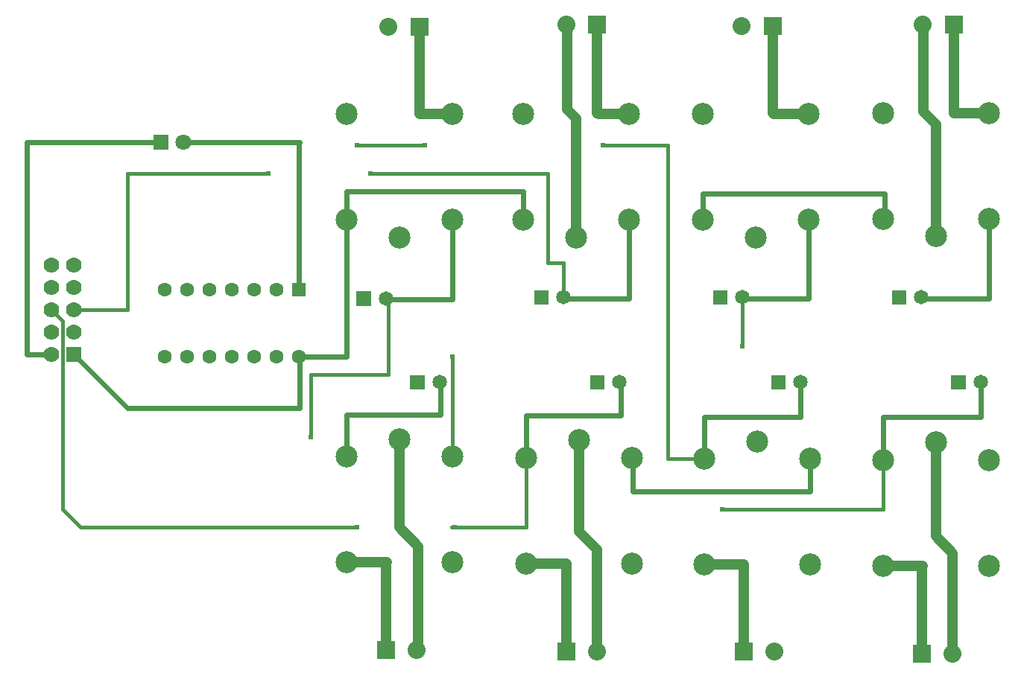
<source format=gbl>
G04 Layer: BottomLayer*
G04 EasyEDA v6.5.8, 2022-08-15 07:29:34*
G04 028e3914a6f949ed9ca799ef75e4ed4f,10*
G04 Gerber Generator version 0.2*
G04 Scale: 100 percent, Rotated: No, Reflected: No *
G04 Dimensions in millimeters *
G04 leading zeros omitted , absolute positions ,4 integer and 5 decimal *
%FSLAX45Y45*%
%MOMM*%

%ADD10C,0.6096*%
%ADD11C,0.4060*%
%ADD12C,0.6100*%
%ADD13C,1.2192*%
%ADD14C,1.6510*%
%ADD15C,1.8000*%
%ADD16R,1.8000X1.8000*%
%ADD17C,2.5000*%
%ADD18R,1.6510X1.6510*%
%ADD19C,1.7780*%
%ADD20R,2.0320X2.0320*%
%ADD21C,2.0320*%
%ADD22R,1.6002X1.6002*%
%ADD23C,1.6002*%
%ADD24C,0.6200*%
%ADD25C,0.0159*%

%LPD*%
D10*
X2349500Y7696200D02*
G01*
X825500Y7696200D01*
X825500Y5283200D01*
X1104900Y5283200D01*
D11*
X5346700Y7658100D02*
G01*
X4572000Y7658100D01*
X8518652Y4094098D02*
G01*
X8102600Y4094098D01*
X8102600Y7658100D01*
X7366000Y7658100D01*
X8953500Y5930900D02*
G01*
X8953500Y5372100D01*
X4572000Y3314700D02*
G01*
X1435100Y3314700D01*
X1231900Y3517900D01*
X1231900Y5664200D01*
X1104900Y5791200D01*
X6499352Y4106798D02*
G01*
X6499352Y3314700D01*
X5681979Y3314700D01*
X5681979Y3314700D02*
G01*
X5651500Y3314700D01*
X5654547Y4119498D02*
G01*
X5654547Y5257800D01*
X4724400Y7340600D02*
G01*
X6743700Y7340600D01*
X6743700Y6324600D01*
X6921500Y6324600D01*
X6921500Y5930900D01*
X1358900Y5791200D02*
G01*
X1968500Y5791200D01*
X1968500Y7340600D01*
X3568700Y7340600D01*
X8724900Y3517900D02*
G01*
X10553700Y3517900D01*
X10553700Y4078351D01*
X10550652Y4081398D01*
X4051300Y4343400D02*
G01*
X4051300Y5054600D01*
X4927600Y5054600D01*
X4927600Y5892800D01*
X4902200Y5918200D01*
D12*
X4454652Y6815201D02*
G01*
X4454652Y5257800D01*
X3911600Y5257800D01*
X9718547Y4094098D02*
G01*
X9718547Y3721100D01*
X7708900Y3721100D01*
X7708900Y4097146D01*
X7699247Y4106798D01*
D10*
X11750547Y6827901D02*
G01*
X11750547Y5918200D01*
X10998200Y5918200D01*
X10985500Y5930900D01*
X9705847Y6815201D02*
G01*
X9705847Y5918200D01*
X8966200Y5918200D01*
X8953500Y5930900D01*
X7661147Y6815201D02*
G01*
X7661147Y5918200D01*
X6934200Y5918200D01*
X6921500Y5930900D01*
X5654547Y6815201D02*
G01*
X5654547Y5905500D01*
X4914900Y5905500D01*
X4902200Y5918200D01*
X10550652Y4081398D02*
G01*
X10550652Y4572000D01*
X11658600Y4572000D01*
X11658600Y4965700D01*
X8518652Y4094098D02*
G01*
X8518652Y4572000D01*
X9613900Y4572000D01*
X9613900Y4965700D01*
X6499352Y4106798D02*
G01*
X6499352Y4584700D01*
X7569200Y4584700D01*
X7569200Y4953000D01*
X7556500Y4965700D01*
X4454652Y4119498D02*
G01*
X4454652Y4597400D01*
X5524500Y4597400D01*
X5524500Y4953000D01*
X5511800Y4965700D01*
X2603500Y7696200D02*
G01*
X3924300Y7696200D01*
X3911600Y7683500D01*
X3911600Y6019800D01*
D13*
X11150600Y6628003D02*
G01*
X11150600Y7899400D01*
X11010900Y8039100D01*
X11010900Y9020987D01*
X11002187Y9029700D01*
X7061200Y6615303D02*
G01*
X7061200Y7962900D01*
X6959600Y8064500D01*
X6959600Y9020987D01*
X6950887Y9029700D01*
X11150600Y4281296D02*
G01*
X11150600Y3213100D01*
X11341100Y3022600D01*
X11341100Y1883587D01*
X11337112Y1879600D01*
X10550652Y2881503D02*
G01*
X10998200Y2881503D01*
X10987100Y2870403D01*
X10987100Y1879600D01*
X8518652Y2894329D02*
G01*
X8967724Y2892552D01*
X8967724Y1905000D01*
X7099300Y4306696D02*
G01*
X7099300Y3263900D01*
X7302500Y3060700D01*
X7302500Y1908987D01*
X7298512Y1905000D01*
X6499352Y2907029D02*
G01*
X6948424Y2905252D01*
X6948424Y1905000D01*
X5054600Y4319396D02*
G01*
X5054600Y3314700D01*
X5270500Y3098800D01*
X5270500Y1934387D01*
X5253812Y1917700D01*
X4454652Y2919603D02*
G01*
X4914900Y2919603D01*
X4903800Y2908503D01*
X4903800Y1917700D01*
X11750547Y8027670D02*
G01*
X11352275Y8029447D01*
X11352275Y9029700D01*
X9705847Y8015096D02*
G01*
X9309100Y8015096D01*
X9294799Y8029397D01*
X9294799Y9017000D01*
X7661147Y8015096D02*
G01*
X7315200Y8015096D01*
X7300899Y8029397D01*
X7300899Y9029700D01*
X5654547Y8014970D02*
G01*
X5281675Y8016747D01*
X5281675Y9004300D01*
D10*
X8505952Y6815201D02*
G01*
X8505952Y7112000D01*
X10566400Y7112000D01*
X10566400Y6843648D01*
X10550652Y6827901D01*
X1358900Y5283200D02*
G01*
X1968500Y4673600D01*
X3924300Y4673600D01*
X3924300Y5245100D01*
X3911600Y5257800D01*
X4454652Y6815201D02*
G01*
X4454652Y7137400D01*
X6464300Y7137400D01*
X6464300Y6818248D01*
X6461252Y6815201D01*
G36*
X4565650Y6000750D02*
G01*
X4730750Y6000750D01*
X4730750Y5835650D01*
X4565650Y5835650D01*
G37*
D14*
G01*
X4902200Y5918200D03*
G36*
X6584950Y6013450D02*
G01*
X6750050Y6013450D01*
X6750050Y5848350D01*
X6584950Y5848350D01*
G37*
G01*
X6921500Y5930900D03*
G36*
X8616950Y6013450D02*
G01*
X8782050Y6013450D01*
X8782050Y5848350D01*
X8616950Y5848350D01*
G37*
G01*
X8953500Y5930900D03*
G36*
X10648950Y6013450D02*
G01*
X10814050Y6013450D01*
X10814050Y5848350D01*
X10648950Y5848350D01*
G37*
G01*
X10985500Y5930900D03*
G36*
X5175250Y5048250D02*
G01*
X5340350Y5048250D01*
X5340350Y4883150D01*
X5175250Y4883150D01*
G37*
G01*
X5511800Y4965700D03*
G36*
X7219950Y5048250D02*
G01*
X7385050Y5048250D01*
X7385050Y4883150D01*
X7219950Y4883150D01*
G37*
G01*
X7556500Y4965700D03*
G36*
X9277350Y5048250D02*
G01*
X9442450Y5048250D01*
X9442450Y4883150D01*
X9277350Y4883150D01*
G37*
G01*
X9613900Y4965700D03*
G36*
X11322050Y5048250D02*
G01*
X11487150Y5048250D01*
X11487150Y4883150D01*
X11322050Y4883150D01*
G37*
G01*
X11658600Y4965700D03*
D15*
G01*
X2603500Y7696200D03*
D16*
G01*
X2349500Y7696200D03*
D17*
G01*
X5054600Y6615303D03*
G01*
X5654547Y6815201D03*
G01*
X4454652Y6815201D03*
G01*
X4454652Y8015096D03*
G01*
X5654547Y8015096D03*
G01*
X7061200Y6615303D03*
G01*
X7661147Y6815201D03*
G01*
X6461252Y6815201D03*
G01*
X6461252Y8015096D03*
G01*
X7661147Y8015096D03*
G01*
X9105900Y6615303D03*
G01*
X9705847Y6815201D03*
G01*
X8505952Y6815201D03*
G01*
X8505952Y8015096D03*
G01*
X9705847Y8015096D03*
G01*
X11150600Y6628003D03*
G01*
X11750547Y6827901D03*
G01*
X10550652Y6827901D03*
G01*
X10550652Y8027796D03*
G01*
X11750547Y8027796D03*
G01*
X5054600Y4319396D03*
G01*
X4454652Y4119498D03*
G01*
X5654547Y4119498D03*
G01*
X5654547Y2919603D03*
G01*
X4454652Y2919603D03*
G01*
X7099300Y4306696D03*
G01*
X6499352Y4106798D03*
G01*
X7699247Y4106798D03*
G01*
X7699247Y2906903D03*
G01*
X6499352Y2906903D03*
G01*
X9118600Y4293996D03*
G01*
X8518652Y4094098D03*
G01*
X9718547Y4094098D03*
G01*
X9718547Y2894203D03*
G01*
X8518652Y2894203D03*
G01*
X11150600Y4281296D03*
G01*
X10550652Y4081398D03*
G01*
X11750547Y4081398D03*
G01*
X11750547Y2881503D03*
G01*
X10550652Y2881503D03*
D18*
G01*
X1358900Y5283200D03*
D19*
G01*
X1104900Y5283200D03*
G01*
X1358900Y5537200D03*
G01*
X1104900Y5537200D03*
G01*
X1358900Y5791200D03*
G01*
X1104900Y5791200D03*
G01*
X1358900Y6045200D03*
G01*
X1104900Y6045200D03*
G01*
X1358900Y6299200D03*
G01*
X1104900Y6299200D03*
D20*
G01*
X5281599Y9004300D03*
D21*
G01*
X4931587Y9004300D03*
D20*
G01*
X7300899Y9029700D03*
D21*
G01*
X6950887Y9029700D03*
D20*
G01*
X9294799Y9017000D03*
D21*
G01*
X8944787Y9017000D03*
D20*
G01*
X11352199Y9029700D03*
D21*
G01*
X11002187Y9029700D03*
G36*
X4802200Y2019300D02*
G01*
X5005400Y2019300D01*
X5005400Y1816100D01*
X4802200Y1816100D01*
G37*
G01*
X5253812Y1917700D03*
G36*
X6846900Y2006600D02*
G01*
X7050100Y2006600D01*
X7050100Y1803400D01*
X6846900Y1803400D01*
G37*
G01*
X7298512Y1905000D03*
G36*
X8866200Y2006600D02*
G01*
X9069400Y2006600D01*
X9069400Y1803400D01*
X8866200Y1803400D01*
G37*
G01*
X9317812Y1905000D03*
G36*
X10885500Y1981200D02*
G01*
X11088700Y1981200D01*
X11088700Y1778000D01*
X10885500Y1778000D01*
G37*
G01*
X11337112Y1879600D03*
D22*
G01*
X3911600Y6019800D03*
D23*
G01*
X3657600Y6019800D03*
G01*
X2895600Y6019800D03*
G01*
X2641600Y6019800D03*
G01*
X3403600Y6019800D03*
G01*
X3149600Y6019800D03*
G01*
X2387600Y6019800D03*
G01*
X2387600Y5257800D03*
G01*
X2641600Y5257800D03*
G01*
X2895600Y5257800D03*
G01*
X3149600Y5257800D03*
G01*
X3403600Y5257800D03*
G01*
X3657600Y5257800D03*
G01*
X3911600Y5257800D03*
D24*
G01*
X4051300Y4343400D03*
G01*
X8724900Y3517900D03*
G01*
X3568700Y7340600D03*
G01*
X3568700Y7340600D03*
G01*
X3568700Y7340600D03*
G01*
X4724400Y7340600D03*
G01*
X5654547Y5257800D03*
G01*
X5681979Y3314700D03*
G01*
X4572000Y3314700D03*
G01*
X8953500Y5372100D03*
G01*
X7366000Y7658100D03*
G01*
X5346700Y7658100D03*
G01*
X4572000Y7658100D03*
M02*

</source>
